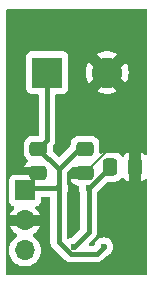
<source format=gbr>
%TF.GenerationSoftware,KiCad,Pcbnew,8.0.7*%
%TF.CreationDate,2024-12-17T11:32:19+05:30*%
%TF.ProjectId,SQR Wave Generator,53515220-5761-4766-9520-47656e657261,rev?*%
%TF.SameCoordinates,Original*%
%TF.FileFunction,Copper,L2,Bot*%
%TF.FilePolarity,Positive*%
%FSLAX46Y46*%
G04 Gerber Fmt 4.6, Leading zero omitted, Abs format (unit mm)*
G04 Created by KiCad (PCBNEW 8.0.7) date 2024-12-17 11:32:19*
%MOMM*%
%LPD*%
G01*
G04 APERTURE LIST*
G04 Aperture macros list*
%AMRoundRect*
0 Rectangle with rounded corners*
0 $1 Rounding radius*
0 $2 $3 $4 $5 $6 $7 $8 $9 X,Y pos of 4 corners*
0 Add a 4 corners polygon primitive as box body*
4,1,4,$2,$3,$4,$5,$6,$7,$8,$9,$2,$3,0*
0 Add four circle primitives for the rounded corners*
1,1,$1+$1,$2,$3*
1,1,$1+$1,$4,$5*
1,1,$1+$1,$6,$7*
1,1,$1+$1,$8,$9*
0 Add four rect primitives between the rounded corners*
20,1,$1+$1,$2,$3,$4,$5,0*
20,1,$1+$1,$4,$5,$6,$7,0*
20,1,$1+$1,$6,$7,$8,$9,0*
20,1,$1+$1,$8,$9,$2,$3,0*%
G04 Aperture macros list end*
%TA.AperFunction,SMDPad,CuDef*%
%ADD10RoundRect,0.250000X-0.337500X-0.475000X0.337500X-0.475000X0.337500X0.475000X-0.337500X0.475000X0*%
%TD*%
%TA.AperFunction,ComponentPad*%
%ADD11R,1.700000X1.700000*%
%TD*%
%TA.AperFunction,ComponentPad*%
%ADD12O,1.700000X1.700000*%
%TD*%
%TA.AperFunction,SMDPad,CuDef*%
%ADD13RoundRect,0.250000X-0.475000X0.337500X-0.475000X-0.337500X0.475000X-0.337500X0.475000X0.337500X0*%
%TD*%
%TA.AperFunction,ComponentPad*%
%ADD14R,2.600000X2.600000*%
%TD*%
%TA.AperFunction,ComponentPad*%
%ADD15C,2.600000*%
%TD*%
%TA.AperFunction,ViaPad*%
%ADD16C,0.600000*%
%TD*%
%TA.AperFunction,Conductor*%
%ADD17C,0.200000*%
%TD*%
%TA.AperFunction,Conductor*%
%ADD18C,0.400000*%
%TD*%
G04 APERTURE END LIST*
D10*
%TO.P,C1,1*%
%TO.N,Net-(U1-THR)*%
X219430600Y-53594000D03*
%TO.P,C1,2*%
%TO.N,GND*%
X221505600Y-53594000D03*
%TD*%
D11*
%TO.P,J2,1,Pin_1*%
%TO.N,/VCC*%
X212217000Y-55575200D03*
D12*
%TO.P,J2,2,Pin_2*%
%TO.N,GND*%
X212217000Y-58115200D03*
%TO.P,J2,3,Pin_3*%
%TO.N,/VOUT*%
X212217000Y-60655200D03*
%TD*%
D13*
%TO.P,C3,1*%
%TO.N,/VCC*%
X213334600Y-52023100D03*
%TO.P,C3,2*%
%TO.N,GND*%
X213334600Y-54098100D03*
%TD*%
D14*
%TO.P,J1,1,Pin_1*%
%TO.N,/VCC*%
X214096600Y-45593000D03*
D15*
%TO.P,J1,2,Pin_2*%
%TO.N,GND*%
X219176600Y-45593000D03*
%TD*%
D13*
%TO.P,C2,1*%
%TO.N,/VCC*%
X217297000Y-52023100D03*
%TO.P,C2,2*%
%TO.N,GND*%
X217297000Y-54098100D03*
%TD*%
D16*
%TO.N,Net-(U1-THR)*%
X217601800Y-55400400D03*
X216331800Y-60350400D03*
%TO.N,GND*%
X221505600Y-53594000D03*
X216027000Y-58089800D03*
X221030800Y-51511200D03*
X211582000Y-53416200D03*
%TO.N,/VCC*%
X215061800Y-55400400D03*
X218871800Y-60350400D03*
%TD*%
D17*
%TO.N,Net-(U1-THR)*%
X217624200Y-55400400D02*
X217601800Y-55400400D01*
D18*
X219430600Y-53594000D02*
X217624200Y-55400400D01*
X217601800Y-59080400D02*
X216331800Y-60350400D01*
X217601800Y-55400400D02*
X217601800Y-59080400D01*
D17*
%TO.N,GND*%
X217297000Y-54098100D02*
X219883900Y-51511200D01*
X219883900Y-51511200D02*
X221030800Y-51511200D01*
X213334600Y-54098100D02*
X212263900Y-54098100D01*
X212263900Y-54098100D02*
X211582000Y-53416200D01*
D18*
%TO.N,/VCC*%
X213334600Y-52023100D02*
X215061800Y-53750300D01*
X214096600Y-45593000D02*
X214096600Y-51261100D01*
X215061800Y-55400400D02*
X212391800Y-55400400D01*
X214096600Y-51261100D02*
X213334600Y-52023100D01*
X215061800Y-59928929D02*
X216083271Y-60950400D01*
D17*
X216789000Y-52023100D02*
X217297000Y-52023100D01*
X212391800Y-55400400D02*
X212217000Y-55575200D01*
D18*
X216083271Y-60950400D02*
X218271800Y-60950400D01*
X215061800Y-53750300D02*
X215061800Y-55400400D01*
X218271800Y-60950400D02*
X218871800Y-60350400D01*
X215061800Y-53750300D02*
X216789000Y-52023100D01*
X215061800Y-55400400D02*
X215061800Y-59928929D01*
%TD*%
%TA.AperFunction,Conductor*%
%TO.N,GND*%
G36*
X217240039Y-53617785D02*
G01*
X217285794Y-53670589D01*
X217297000Y-53722100D01*
X217297000Y-54474100D01*
X217277315Y-54541139D01*
X217224511Y-54586894D01*
X217173000Y-54598100D01*
X216085743Y-54598100D01*
X216137641Y-54754719D01*
X216137643Y-54754724D01*
X216229684Y-54903945D01*
X216353654Y-55027915D01*
X216502875Y-55119956D01*
X216502880Y-55119958D01*
X216669302Y-55175105D01*
X216669311Y-55175106D01*
X216695236Y-55177755D01*
X216759928Y-55204150D01*
X216800081Y-55261330D01*
X216805857Y-55314995D01*
X216799243Y-55373695D01*
X216796236Y-55400396D01*
X216796235Y-55400403D01*
X216816430Y-55579649D01*
X216816431Y-55579654D01*
X216876012Y-55749925D01*
X216882292Y-55759919D01*
X216901300Y-55825893D01*
X216901300Y-58738880D01*
X216881615Y-58805919D01*
X216864981Y-58826561D01*
X216132509Y-59559032D01*
X216085784Y-59588392D01*
X215982276Y-59624611D01*
X215982272Y-59624613D01*
X215952270Y-59643465D01*
X215885033Y-59662464D01*
X215818199Y-59642095D01*
X215772985Y-59588827D01*
X215762300Y-59538470D01*
X215762300Y-55825893D01*
X215781308Y-55759919D01*
X215787587Y-55749925D01*
X215787586Y-55749925D01*
X215787589Y-55749922D01*
X215847168Y-55579655D01*
X215867365Y-55400400D01*
X215857742Y-55314995D01*
X215847169Y-55221150D01*
X215847166Y-55221137D01*
X215787590Y-55050879D01*
X215781306Y-55040878D01*
X215762300Y-54974907D01*
X215762300Y-54091819D01*
X215781985Y-54024780D01*
X215798619Y-54004138D01*
X216168338Y-53634419D01*
X216229661Y-53600934D01*
X216256019Y-53598100D01*
X217173000Y-53598100D01*
X217240039Y-53617785D01*
G37*
%TD.AperFunction*%
%TA.AperFunction,Conductor*%
G36*
X222505339Y-40245785D02*
G01*
X222551094Y-40298589D01*
X222562300Y-40350100D01*
X222562300Y-52478177D01*
X222542615Y-52545216D01*
X222489811Y-52590971D01*
X222420653Y-52600915D01*
X222357097Y-52571890D01*
X222350619Y-52565858D01*
X222311445Y-52526684D01*
X222162220Y-52434641D01*
X222005600Y-52382742D01*
X222005600Y-54805256D01*
X222162219Y-54753358D01*
X222162224Y-54753356D01*
X222311445Y-54661315D01*
X222350619Y-54622142D01*
X222411942Y-54588657D01*
X222481634Y-54593641D01*
X222537567Y-54635513D01*
X222561984Y-54700977D01*
X222562300Y-54709823D01*
X222562300Y-62596100D01*
X222542615Y-62663139D01*
X222489811Y-62708894D01*
X222438300Y-62720100D01*
X210733300Y-62720100D01*
X210666261Y-62700415D01*
X210620506Y-62647611D01*
X210609300Y-62596100D01*
X210609300Y-60655199D01*
X210861341Y-60655199D01*
X210861341Y-60655200D01*
X210881936Y-60890603D01*
X210881938Y-60890613D01*
X210943094Y-61118855D01*
X210943096Y-61118859D01*
X210943097Y-61118863D01*
X211042965Y-61333030D01*
X211042967Y-61333034D01*
X211151281Y-61487721D01*
X211178505Y-61526601D01*
X211345599Y-61693695D01*
X211442384Y-61761465D01*
X211539165Y-61829232D01*
X211539167Y-61829233D01*
X211539170Y-61829235D01*
X211753337Y-61929103D01*
X211981592Y-61990263D01*
X212169918Y-62006739D01*
X212216999Y-62010859D01*
X212217000Y-62010859D01*
X212217001Y-62010859D01*
X212256234Y-62007426D01*
X212452408Y-61990263D01*
X212680663Y-61929103D01*
X212894830Y-61829235D01*
X213088401Y-61693695D01*
X213255495Y-61526601D01*
X213391035Y-61333030D01*
X213490903Y-61118863D01*
X213552063Y-60890608D01*
X213572659Y-60655200D01*
X213552063Y-60419792D01*
X213490903Y-60191537D01*
X213391035Y-59977371D01*
X213300546Y-59848138D01*
X213255494Y-59783797D01*
X213088402Y-59616706D01*
X213088401Y-59616705D01*
X212902405Y-59486469D01*
X212858781Y-59431892D01*
X212851588Y-59362393D01*
X212883110Y-59300039D01*
X212902405Y-59283319D01*
X213088082Y-59153305D01*
X213255105Y-58986282D01*
X213390601Y-58792776D01*
X213473406Y-58615200D01*
X212282826Y-58615200D01*
X212409993Y-58581125D01*
X212524007Y-58515299D01*
X212617099Y-58422207D01*
X212682925Y-58308193D01*
X212717000Y-58181026D01*
X212717000Y-58049374D01*
X212682925Y-57922207D01*
X212617099Y-57808193D01*
X212524007Y-57715101D01*
X212409993Y-57649275D01*
X212282826Y-57615200D01*
X213473406Y-57615200D01*
X213473405Y-57615199D01*
X213390599Y-57437621D01*
X213390597Y-57437617D01*
X213255113Y-57244126D01*
X213255108Y-57244120D01*
X213133053Y-57122065D01*
X213099568Y-57060742D01*
X213104552Y-56991050D01*
X213146424Y-56935117D01*
X213177400Y-56918202D01*
X213309331Y-56868996D01*
X213424546Y-56782746D01*
X213510796Y-56667531D01*
X213561091Y-56532683D01*
X213567500Y-56473073D01*
X213567500Y-56224900D01*
X213587185Y-56157861D01*
X213639989Y-56112106D01*
X213691500Y-56100900D01*
X214237300Y-56100900D01*
X214304339Y-56120585D01*
X214350094Y-56173389D01*
X214361300Y-56224900D01*
X214361300Y-59859935D01*
X214361300Y-59997923D01*
X214361300Y-59997925D01*
X214361299Y-59997925D01*
X214388218Y-60133251D01*
X214388221Y-60133261D01*
X214441022Y-60260736D01*
X214517687Y-60375474D01*
X215636725Y-61494512D01*
X215751461Y-61571176D01*
X215850061Y-61612017D01*
X215878942Y-61623980D01*
X215878943Y-61623980D01*
X215878948Y-61623982D01*
X215905816Y-61629325D01*
X215905822Y-61629326D01*
X215905862Y-61629334D01*
X215996208Y-61647305D01*
X216014277Y-61650900D01*
X216014278Y-61650900D01*
X218340796Y-61650900D01*
X218449257Y-61629325D01*
X218476128Y-61623980D01*
X218539869Y-61597577D01*
X218603607Y-61571177D01*
X218603608Y-61571176D01*
X218603611Y-61571175D01*
X218718343Y-61494514D01*
X219071092Y-61141763D01*
X219117813Y-61112407D01*
X219221322Y-61076189D01*
X219374062Y-60980216D01*
X219501616Y-60852662D01*
X219597589Y-60699922D01*
X219657168Y-60529655D01*
X219669546Y-60419796D01*
X219677365Y-60350403D01*
X219677365Y-60350396D01*
X219657169Y-60171150D01*
X219657168Y-60171145D01*
X219635161Y-60108253D01*
X219597589Y-60000878D01*
X219501616Y-59848138D01*
X219374062Y-59720584D01*
X219221323Y-59624611D01*
X219051054Y-59565031D01*
X219051049Y-59565030D01*
X218871804Y-59544835D01*
X218871796Y-59544835D01*
X218692550Y-59565030D01*
X218692545Y-59565031D01*
X218522276Y-59624611D01*
X218369537Y-59720584D01*
X218241984Y-59848137D01*
X218146012Y-60000875D01*
X218146010Y-60000878D01*
X218109793Y-60104382D01*
X218080434Y-60151108D01*
X218017962Y-60213581D01*
X217956639Y-60247066D01*
X217930280Y-60249900D01*
X217722319Y-60249900D01*
X217655280Y-60230215D01*
X217609525Y-60177411D01*
X217599581Y-60108253D01*
X217628606Y-60044697D01*
X217634638Y-60038219D01*
X218145912Y-59526945D01*
X218145914Y-59526943D01*
X218222575Y-59412211D01*
X218275380Y-59284729D01*
X218281224Y-59255349D01*
X218302300Y-59149393D01*
X218302300Y-55825893D01*
X218321308Y-55759919D01*
X218327587Y-55749926D01*
X218327590Y-55749919D01*
X218351749Y-55680873D01*
X218381108Y-55634146D01*
X219159437Y-54855818D01*
X219220760Y-54822333D01*
X219247118Y-54819499D01*
X219818102Y-54819499D01*
X219818108Y-54819499D01*
X219920897Y-54808999D01*
X220087434Y-54753814D01*
X220236756Y-54661712D01*
X220360812Y-54537656D01*
X220362852Y-54534347D01*
X220364845Y-54532555D01*
X220365293Y-54531989D01*
X220365389Y-54532065D01*
X220414794Y-54487623D01*
X220483756Y-54476395D01*
X220547840Y-54504234D01*
X220573929Y-54534339D01*
X220575781Y-54537341D01*
X220575783Y-54537344D01*
X220699754Y-54661315D01*
X220848975Y-54753356D01*
X220848980Y-54753358D01*
X221005600Y-54805256D01*
X221005600Y-52382742D01*
X220848979Y-52434641D01*
X220699754Y-52526684D01*
X220575783Y-52650655D01*
X220575779Y-52650660D01*
X220573926Y-52653665D01*
X220572118Y-52655290D01*
X220571302Y-52656323D01*
X220571125Y-52656183D01*
X220521974Y-52700385D01*
X220453011Y-52711601D01*
X220388931Y-52683752D01*
X220362853Y-52653653D01*
X220362837Y-52653628D01*
X220360812Y-52650344D01*
X220236756Y-52526288D01*
X220088172Y-52434641D01*
X220087436Y-52434187D01*
X220087431Y-52434185D01*
X220085962Y-52433698D01*
X219920897Y-52379001D01*
X219920895Y-52379000D01*
X219818110Y-52368500D01*
X219043098Y-52368500D01*
X219043080Y-52368501D01*
X218940303Y-52379000D01*
X218940300Y-52379001D01*
X218773768Y-52434185D01*
X218773761Y-52434188D01*
X218711594Y-52472533D01*
X218644202Y-52490972D01*
X218577538Y-52470049D01*
X218532770Y-52416406D01*
X218522499Y-52366997D01*
X218522499Y-51635592D01*
X218511999Y-51532803D01*
X218456814Y-51366266D01*
X218364712Y-51216944D01*
X218240656Y-51092888D01*
X218091334Y-51000786D01*
X217924797Y-50945601D01*
X217924795Y-50945600D01*
X217822010Y-50935100D01*
X216771998Y-50935100D01*
X216771980Y-50935101D01*
X216669203Y-50945600D01*
X216669200Y-50945601D01*
X216502668Y-51000785D01*
X216502663Y-51000787D01*
X216353342Y-51092889D01*
X216229289Y-51216942D01*
X216137187Y-51366263D01*
X216137186Y-51366266D01*
X216082001Y-51532803D01*
X216082001Y-51532804D01*
X216082000Y-51532804D01*
X216071500Y-51635583D01*
X216071500Y-51698580D01*
X216051815Y-51765619D01*
X216035181Y-51786261D01*
X215149480Y-52671961D01*
X215088157Y-52705446D01*
X215018465Y-52700462D01*
X214974118Y-52671961D01*
X214596418Y-52294261D01*
X214562933Y-52232938D01*
X214560099Y-52206580D01*
X214560099Y-51839620D01*
X214579784Y-51772581D01*
X214596418Y-51751939D01*
X214612126Y-51736230D01*
X214640714Y-51707643D01*
X214717375Y-51592911D01*
X214770180Y-51465428D01*
X214778989Y-51421140D01*
X214797100Y-51330096D01*
X214797100Y-47517499D01*
X214816785Y-47450460D01*
X214869589Y-47404705D01*
X214921100Y-47393499D01*
X215444471Y-47393499D01*
X215444472Y-47393499D01*
X215504083Y-47387091D01*
X215638931Y-47336796D01*
X215754146Y-47250546D01*
X215813469Y-47171301D01*
X218305403Y-47171301D01*
X218517136Y-47273268D01*
X218517140Y-47273269D01*
X218774937Y-47352790D01*
X218774943Y-47352792D01*
X219041701Y-47392999D01*
X219041710Y-47393000D01*
X219311490Y-47393000D01*
X219311498Y-47392999D01*
X219578256Y-47352792D01*
X219578262Y-47352790D01*
X219836061Y-47273269D01*
X220047797Y-47171303D01*
X219176600Y-46300106D01*
X218305403Y-47171301D01*
X215813469Y-47171301D01*
X215840396Y-47135331D01*
X215890691Y-47000483D01*
X215897100Y-46940873D01*
X215897099Y-45592995D01*
X217371553Y-45592995D01*
X217371553Y-45593004D01*
X217391713Y-45862026D01*
X217391713Y-45862028D01*
X217451742Y-46125033D01*
X217451748Y-46125052D01*
X217550306Y-46376174D01*
X217550308Y-46376178D01*
X217600089Y-46462403D01*
X218469494Y-45593000D01*
X218469494Y-45592999D01*
X218405476Y-45528981D01*
X218526600Y-45528981D01*
X218526600Y-45657019D01*
X218551579Y-45782598D01*
X218600578Y-45900890D01*
X218671712Y-46007351D01*
X218762249Y-46097888D01*
X218868710Y-46169022D01*
X218987002Y-46218021D01*
X219112581Y-46243000D01*
X219240619Y-46243000D01*
X219366198Y-46218021D01*
X219484490Y-46169022D01*
X219590951Y-46097888D01*
X219681488Y-46007351D01*
X219752622Y-45900890D01*
X219801621Y-45782598D01*
X219826600Y-45657019D01*
X219826600Y-45592999D01*
X219883706Y-45592999D01*
X219883706Y-45593000D01*
X220753109Y-46462404D01*
X220753110Y-46462404D01*
X220802890Y-46376181D01*
X220901451Y-46125052D01*
X220901457Y-46125033D01*
X220961486Y-45862028D01*
X220961486Y-45862026D01*
X220981647Y-45593004D01*
X220981647Y-45592995D01*
X220961486Y-45323973D01*
X220961486Y-45323971D01*
X220901457Y-45060966D01*
X220901451Y-45060947D01*
X220802890Y-44809818D01*
X220753109Y-44723595D01*
X219883706Y-45592999D01*
X219826600Y-45592999D01*
X219826600Y-45528981D01*
X219801621Y-45403402D01*
X219752622Y-45285110D01*
X219681488Y-45178649D01*
X219590951Y-45088112D01*
X219484490Y-45016978D01*
X219366198Y-44967979D01*
X219240619Y-44943000D01*
X219112581Y-44943000D01*
X218987002Y-44967979D01*
X218868710Y-45016978D01*
X218762249Y-45088112D01*
X218671712Y-45178649D01*
X218600578Y-45285110D01*
X218551579Y-45403402D01*
X218526600Y-45528981D01*
X218405476Y-45528981D01*
X217600089Y-44723595D01*
X217550309Y-44809818D01*
X217451748Y-45060947D01*
X217451742Y-45060966D01*
X217391713Y-45323971D01*
X217391713Y-45323973D01*
X217371553Y-45592995D01*
X215897099Y-45592995D01*
X215897099Y-44245128D01*
X215890691Y-44185517D01*
X215840396Y-44050669D01*
X215840395Y-44050668D01*
X215840393Y-44050664D01*
X215813467Y-44014696D01*
X218305402Y-44014696D01*
X219176600Y-44885894D01*
X219176601Y-44885894D01*
X220047797Y-44014697D01*
X220047796Y-44014695D01*
X219836060Y-43912730D01*
X219836062Y-43912730D01*
X219578262Y-43833209D01*
X219578256Y-43833207D01*
X219311498Y-43793000D01*
X219041701Y-43793000D01*
X218774943Y-43833207D01*
X218774937Y-43833209D01*
X218517138Y-43912730D01*
X218305402Y-44014696D01*
X215813467Y-44014696D01*
X215754147Y-43935455D01*
X215754144Y-43935452D01*
X215638935Y-43849206D01*
X215638928Y-43849202D01*
X215504082Y-43798908D01*
X215504083Y-43798908D01*
X215444483Y-43792501D01*
X215444481Y-43792500D01*
X215444473Y-43792500D01*
X215444464Y-43792500D01*
X212748729Y-43792500D01*
X212748723Y-43792501D01*
X212689116Y-43798908D01*
X212554271Y-43849202D01*
X212554264Y-43849206D01*
X212439055Y-43935452D01*
X212439052Y-43935455D01*
X212352806Y-44050664D01*
X212352802Y-44050671D01*
X212302508Y-44185517D01*
X212296101Y-44245116D01*
X212296101Y-44245123D01*
X212296100Y-44245135D01*
X212296100Y-46940870D01*
X212296101Y-46940876D01*
X212302508Y-47000483D01*
X212352802Y-47135328D01*
X212352806Y-47135335D01*
X212439052Y-47250544D01*
X212439055Y-47250547D01*
X212554264Y-47336793D01*
X212554271Y-47336797D01*
X212597151Y-47352790D01*
X212689117Y-47387091D01*
X212748727Y-47393500D01*
X213272100Y-47393499D01*
X213339139Y-47413183D01*
X213384894Y-47465987D01*
X213396100Y-47517499D01*
X213396100Y-50811100D01*
X213376415Y-50878139D01*
X213323611Y-50923894D01*
X213272100Y-50935100D01*
X212809598Y-50935100D01*
X212809580Y-50935101D01*
X212706803Y-50945600D01*
X212706800Y-50945601D01*
X212540268Y-51000785D01*
X212540263Y-51000787D01*
X212390942Y-51092889D01*
X212266889Y-51216942D01*
X212174787Y-51366263D01*
X212174786Y-51366266D01*
X212119601Y-51532803D01*
X212119601Y-51532804D01*
X212119600Y-51532804D01*
X212109100Y-51635583D01*
X212109100Y-52410601D01*
X212109101Y-52410619D01*
X212119600Y-52513396D01*
X212119601Y-52513399D01*
X212166077Y-52653653D01*
X212174786Y-52679934D01*
X212266888Y-52829256D01*
X212390944Y-52953312D01*
X212394228Y-52955337D01*
X212394253Y-52955353D01*
X212396045Y-52957346D01*
X212396611Y-52957793D01*
X212396534Y-52957889D01*
X212440979Y-53007299D01*
X212452203Y-53076261D01*
X212424361Y-53140344D01*
X212394265Y-53166426D01*
X212391260Y-53168279D01*
X212391255Y-53168283D01*
X212267284Y-53292254D01*
X212175243Y-53441475D01*
X212175241Y-53441480D01*
X212123343Y-53598100D01*
X213210600Y-53598100D01*
X213277639Y-53617785D01*
X213323394Y-53670589D01*
X213334600Y-53722100D01*
X213334600Y-54112235D01*
X213314915Y-54179274D01*
X213262111Y-54225029D01*
X213192953Y-54234973D01*
X213182183Y-54232262D01*
X213182035Y-54232893D01*
X213174483Y-54231108D01*
X213114883Y-54224701D01*
X213114881Y-54224700D01*
X213114873Y-54224700D01*
X213114864Y-54224700D01*
X211319129Y-54224700D01*
X211319123Y-54224701D01*
X211259516Y-54231108D01*
X211124671Y-54281402D01*
X211124664Y-54281406D01*
X211009455Y-54367652D01*
X211009452Y-54367655D01*
X210923206Y-54482864D01*
X210923202Y-54482871D01*
X210872908Y-54617717D01*
X210866501Y-54677316D01*
X210866500Y-54677335D01*
X210866500Y-56473070D01*
X210866501Y-56473076D01*
X210872908Y-56532683D01*
X210923202Y-56667528D01*
X210923206Y-56667535D01*
X211009452Y-56782744D01*
X211009455Y-56782747D01*
X211124664Y-56868993D01*
X211124671Y-56868997D01*
X211124674Y-56868998D01*
X211256598Y-56918202D01*
X211312531Y-56960073D01*
X211336949Y-57025537D01*
X211322098Y-57093810D01*
X211300947Y-57122065D01*
X211178886Y-57244126D01*
X211043402Y-57437617D01*
X211043400Y-57437621D01*
X210960594Y-57615199D01*
X210960594Y-57615200D01*
X212151174Y-57615200D01*
X212024007Y-57649275D01*
X211909993Y-57715101D01*
X211816901Y-57808193D01*
X211751075Y-57922207D01*
X211717000Y-58049374D01*
X211717000Y-58181026D01*
X211751075Y-58308193D01*
X211816901Y-58422207D01*
X211909993Y-58515299D01*
X212024007Y-58581125D01*
X212151174Y-58615200D01*
X210960593Y-58615200D01*
X211043398Y-58792776D01*
X211178894Y-58986282D01*
X211345917Y-59153305D01*
X211531595Y-59283319D01*
X211575219Y-59337896D01*
X211582412Y-59407395D01*
X211550890Y-59469749D01*
X211531595Y-59486469D01*
X211345594Y-59616708D01*
X211178505Y-59783797D01*
X211042965Y-59977369D01*
X211042964Y-59977371D01*
X210943098Y-60191535D01*
X210943094Y-60191544D01*
X210881938Y-60419786D01*
X210881936Y-60419796D01*
X210861341Y-60655199D01*
X210609300Y-60655199D01*
X210609300Y-40350100D01*
X210628985Y-40283061D01*
X210681789Y-40237306D01*
X210733300Y-40226100D01*
X222438300Y-40226100D01*
X222505339Y-40245785D01*
G37*
%TD.AperFunction*%
%TD*%
M02*

</source>
